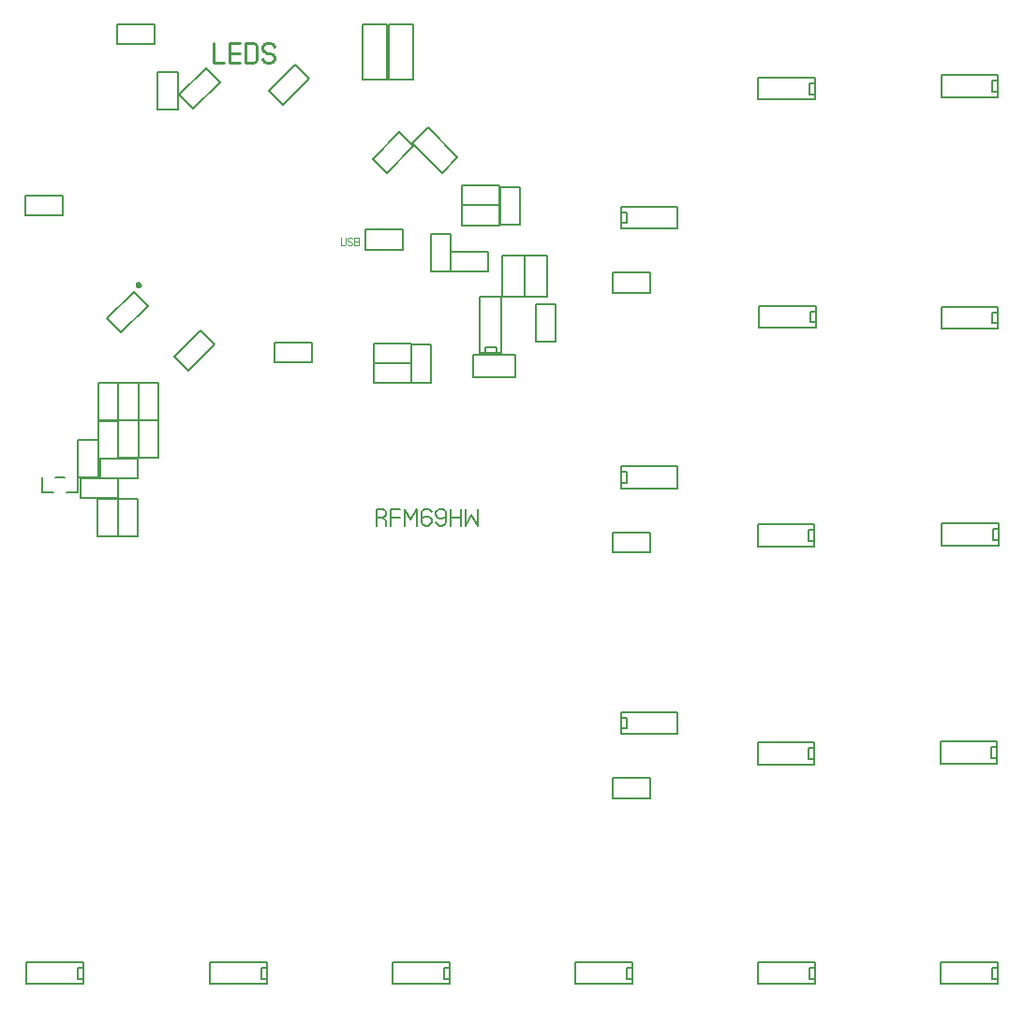
<source format=gto>
%FSLAX34Y34*%
%MOMM*%
%LNSILK_TOP*%
G71*
G01*
%ADD10C, 0.100*%
%ADD11C, 0.089*%
%ADD12C, 0.189*%
%ADD13C, 0.150*%
%ADD14C, 0.222*%
%LPD*%
G54D10*
G75*
G01X150722Y-253422D02*
G03X150722Y-253422I-2500J0D01*
G01*
G36*
G75*
G01X150722Y-253422D02*
G03X150722Y-253422I-2500J0D01*
G01*
G37*
X150722Y-253422D01*
G54D11*
X330958Y-210459D02*
X330958Y-216237D01*
X331490Y-217126D01*
X332558Y-217570D01*
X333624Y-217570D01*
X334690Y-217126D01*
X335224Y-216237D01*
X335224Y-210459D01*
G54D11*
X337180Y-216237D02*
X337714Y-217126D01*
X338780Y-217570D01*
X339847Y-217570D01*
X340914Y-217126D01*
X341447Y-216237D01*
X341447Y-215348D01*
X340914Y-214459D01*
X339847Y-214015D01*
X338780Y-214015D01*
X337714Y-213570D01*
X337180Y-212681D01*
X337180Y-211792D01*
X337714Y-210904D01*
X338780Y-210459D01*
X339847Y-210459D01*
X340914Y-210904D01*
X341447Y-211792D01*
G54D11*
X343404Y-217570D02*
X343404Y-210459D01*
X346070Y-210459D01*
X347136Y-210904D01*
X347670Y-211792D01*
X347670Y-212681D01*
X347136Y-213570D01*
X346070Y-214015D01*
X347136Y-214459D01*
X347670Y-215348D01*
X347670Y-216237D01*
X347136Y-217126D01*
X346070Y-217570D01*
X343404Y-217570D01*
G54D11*
X343404Y-214015D02*
X346070Y-214015D01*
G54D12*
X367604Y-463377D02*
X371004Y-465266D01*
X372138Y-467155D01*
X372138Y-470933D01*
G54D12*
X363072Y-470933D02*
X363072Y-455822D01*
X368738Y-455822D01*
X371004Y-456766D01*
X372138Y-458655D01*
X372138Y-460544D01*
X371004Y-462432D01*
X368738Y-463377D01*
X363072Y-463377D01*
G54D12*
X376294Y-470933D02*
X376294Y-455822D01*
X384228Y-455821D01*
G54D12*
X376294Y-463377D02*
X384228Y-463377D01*
G54D12*
X388383Y-470933D02*
X388383Y-455821D01*
X394050Y-465266D01*
X399716Y-455822D01*
X399716Y-470933D01*
G54D12*
X412939Y-458655D02*
X411806Y-456766D01*
X409539Y-455822D01*
X407272Y-455822D01*
X405006Y-456766D01*
X403872Y-458655D01*
X403872Y-463377D01*
X403872Y-464321D01*
X407272Y-462432D01*
X409539Y-462432D01*
X411806Y-463377D01*
X412939Y-465266D01*
X412939Y-468099D01*
X411806Y-469988D01*
X409539Y-470933D01*
X407272Y-470933D01*
X405006Y-469988D01*
X403872Y-468099D01*
X403872Y-463377D01*
G54D12*
X417096Y-468099D02*
X418228Y-469988D01*
X420495Y-470933D01*
X422762Y-470933D01*
X425028Y-469988D01*
X426162Y-468100D01*
X426162Y-463377D01*
X426162Y-462432D01*
X422762Y-464321D01*
X420495Y-464322D01*
X418228Y-463377D01*
X417096Y-461488D01*
X417096Y-458655D01*
X418228Y-456766D01*
X420496Y-455822D01*
X422762Y-455822D01*
X425028Y-456766D01*
X426162Y-458655D01*
X426162Y-463377D01*
G54D12*
X430318Y-470933D02*
X430318Y-455822D01*
G54D12*
X439385Y-470932D02*
X439385Y-455822D01*
G54D12*
X430318Y-463377D02*
X439385Y-463377D01*
G54D12*
X443542Y-455822D02*
X443541Y-470933D01*
X449208Y-461488D01*
X454874Y-470932D01*
X454874Y-455822D01*
G54D13*
X353052Y-221328D02*
X353052Y-203328D01*
X387052Y-203328D01*
X387052Y-221328D01*
X353052Y-221328D01*
G54D13*
X474431Y-181169D02*
X474431Y-199169D01*
X440431Y-199169D01*
X440431Y-181169D01*
X474431Y-181169D01*
G54D13*
X474431Y-162912D02*
X474431Y-180912D01*
X440431Y-180912D01*
X440431Y-162912D01*
X474431Y-162912D01*
G54D13*
X384044Y-114965D02*
X396771Y-127693D01*
X372730Y-151735D01*
X360002Y-139007D01*
X384044Y-114965D01*
G54D13*
X271363Y-322994D02*
X271363Y-304994D01*
X305363Y-304994D01*
X305363Y-322994D01*
X271363Y-322994D01*
G54D13*
X456384Y-314668D02*
X476384Y-314668D01*
X476383Y-263568D01*
X456384Y-263568D01*
X456384Y-314668D01*
G54D13*
X461384Y-314668D02*
X471384Y-314668D01*
X471384Y-309668D01*
X461384Y-309668D01*
X461384Y-314668D01*
G54D14*
X216128Y-34532D02*
X216128Y-52310D01*
X225461Y-52310D01*
G54D14*
X239683Y-52310D02*
X230350Y-52310D01*
X230350Y-34532D01*
X239683Y-34532D01*
G54D14*
X230350Y-43421D02*
X239683Y-43421D01*
G54D14*
X244572Y-52310D02*
X244572Y-34532D01*
X251238Y-34532D01*
X253905Y-35643D01*
X255238Y-37865D01*
X255238Y-48976D01*
X253905Y-51198D01*
X251238Y-52310D01*
X244572Y-52310D01*
G54D14*
X260128Y-48976D02*
X261461Y-51198D01*
X264128Y-52310D01*
X266794Y-52310D01*
X269461Y-51198D01*
X270794Y-48976D01*
X270794Y-46754D01*
X269461Y-44532D01*
X266794Y-43421D01*
X264128Y-43421D01*
X261461Y-42310D01*
X260128Y-40087D01*
X260128Y-37865D01*
X261461Y-35643D01*
X264128Y-34532D01*
X266794Y-34532D01*
X269461Y-35643D01*
X270794Y-37865D01*
G54D13*
X165626Y-60682D02*
X183626Y-60682D01*
X183626Y-94682D01*
X165626Y-94682D01*
X165626Y-60682D01*
G54D13*
X289979Y-53741D02*
X302707Y-66469D01*
X278666Y-90510D01*
X265938Y-77782D01*
X289979Y-53741D01*
G54D13*
X209016Y-57312D02*
X221744Y-70040D01*
X197702Y-94082D01*
X184974Y-81354D01*
X209016Y-57312D01*
G54D13*
X351060Y-17831D02*
X373060Y-17831D01*
X373060Y-67831D01*
X351060Y-67831D01*
X351060Y-17831D01*
G54D13*
X374078Y-17831D02*
X396078Y-17831D01*
X396078Y-67831D01*
X374078Y-67831D01*
X374078Y-17831D01*
G54D13*
X180218Y-317998D02*
X192946Y-330726D01*
X216988Y-306684D01*
X204260Y-293956D01*
X180218Y-317998D01*
G54D13*
X165931Y-341775D02*
X147931Y-341775D01*
X147931Y-375775D01*
X165931Y-375775D01*
X165931Y-341775D01*
G54D13*
X148072Y-341775D02*
X130072Y-341775D01*
X130072Y-375775D01*
X148072Y-375775D01*
X148072Y-341775D01*
G54D13*
X165931Y-375906D02*
X147931Y-375906D01*
X147931Y-409906D01*
X165931Y-409906D01*
X165931Y-375906D01*
G54D13*
X148072Y-375906D02*
X130072Y-375906D01*
X130072Y-409906D01*
X148072Y-409906D01*
X148072Y-375906D01*
G54D13*
X129351Y-446649D02*
X111352Y-446648D01*
X111352Y-480648D01*
X129352Y-480648D01*
X129351Y-446649D01*
G54D13*
X147737Y-446718D02*
X129737Y-446718D01*
X129737Y-480718D01*
X147737Y-480718D01*
X147737Y-446718D01*
G54D13*
X61295Y-427517D02*
X61295Y-440518D01*
X71295Y-440517D01*
G54D13*
X81295Y-427517D02*
X73295Y-427517D01*
G54D13*
X412316Y-206904D02*
X430316Y-206904D01*
X430316Y-240904D01*
X412316Y-240904D01*
X412316Y-206904D01*
G54D13*
X464358Y-223007D02*
X464358Y-241007D01*
X430358Y-241007D01*
X430358Y-223007D01*
X464358Y-223007D01*
G54D13*
X394546Y-305833D02*
X394546Y-323833D01*
X360546Y-323833D01*
X360546Y-305833D01*
X394546Y-305833D01*
G54D13*
X525248Y-304662D02*
X507248Y-304662D01*
X507248Y-270662D01*
X525249Y-270662D01*
X525248Y-304662D01*
G54D13*
X476751Y-226238D02*
X496751Y-226238D01*
X496751Y-264238D01*
X476751Y-264238D01*
X476751Y-226238D01*
G54D13*
X488478Y-316628D02*
X488478Y-336628D01*
X450478Y-336628D01*
X450478Y-316628D01*
X488478Y-316628D01*
G54D13*
X497389Y-226238D02*
X517389Y-226238D01*
X517389Y-264238D01*
X497389Y-264238D01*
X497389Y-226238D01*
G54D13*
X394546Y-324090D02*
X394546Y-342090D01*
X360546Y-342090D01*
X360546Y-324089D01*
X394546Y-324090D01*
G54D13*
X492955Y-198769D02*
X474956Y-198768D01*
X474955Y-164769D01*
X492956Y-164768D01*
X492955Y-198769D01*
G54D13*
X162550Y-17654D02*
X162550Y-35654D01*
X128550Y-35654D01*
X128550Y-17654D01*
X162550Y-17654D01*
G54D13*
X129627Y-341796D02*
X111628Y-341796D01*
X111628Y-375796D01*
X129627Y-375796D01*
X129627Y-341796D01*
G54D13*
X129624Y-376098D02*
X111624Y-376097D01*
X111624Y-410097D01*
X129624Y-410098D01*
X129624Y-376098D01*
G54D13*
X129581Y-446194D02*
X129581Y-428195D01*
X95582Y-428195D01*
X95581Y-446195D01*
X129581Y-446194D01*
G54D13*
X147738Y-428338D02*
X147738Y-410338D01*
X113738Y-410338D01*
X113738Y-428338D01*
X147738Y-428338D01*
G54D13*
X156654Y-272281D02*
X143926Y-259553D01*
X119884Y-283595D01*
X132612Y-296323D01*
X156654Y-272281D01*
G54D13*
X93559Y-427607D02*
X111559Y-427608D01*
X111559Y-393608D01*
X93559Y-393607D01*
X93559Y-427607D01*
G54D13*
X93302Y-427523D02*
X93302Y-440523D01*
X83302Y-440523D01*
G54D13*
X395504Y-124922D02*
X409646Y-110780D01*
X436516Y-137650D01*
X422374Y-151792D01*
X395504Y-124922D01*
G54D13*
X45790Y-190161D02*
X45790Y-172161D01*
X79790Y-172161D01*
X79790Y-190161D01*
X45790Y-190161D01*
G54D13*
X759283Y-885691D02*
X759283Y-865690D01*
X708183Y-865691D01*
X708183Y-885691D01*
X759283Y-885691D01*
G54D13*
X759283Y-880691D02*
X759283Y-870691D01*
X754283Y-870690D01*
X754283Y-880691D01*
X759283Y-880691D01*
G54D13*
X263983Y-885691D02*
X263983Y-865690D01*
X212883Y-865691D01*
X212883Y-885691D01*
X263983Y-885691D01*
G54D13*
X263983Y-880691D02*
X263983Y-870691D01*
X258983Y-870690D01*
X258983Y-880691D01*
X263983Y-880691D01*
G54D13*
X429083Y-885691D02*
X429083Y-865690D01*
X377983Y-865691D01*
X377983Y-885691D01*
X429083Y-885691D01*
G54D13*
X429083Y-880691D02*
X429083Y-870691D01*
X424083Y-870690D01*
X424083Y-880691D01*
X429083Y-880691D01*
G54D13*
X924383Y-885691D02*
X924383Y-865690D01*
X873283Y-865691D01*
X873283Y-885691D01*
X924383Y-885691D01*
G54D13*
X924383Y-880691D02*
X924383Y-870691D01*
X919383Y-870690D01*
X919383Y-880691D01*
X924383Y-880691D01*
G54D13*
X594183Y-885691D02*
X594183Y-865690D01*
X543083Y-865691D01*
X543083Y-885691D01*
X594183Y-885691D01*
G54D13*
X594183Y-880691D02*
X594183Y-870691D01*
X589183Y-870690D01*
X589183Y-880691D01*
X594183Y-880691D01*
G54D13*
X98090Y-885691D02*
X98089Y-865690D01*
X46989Y-865691D01*
X46989Y-885691D01*
X98090Y-885691D01*
G54D13*
X98089Y-880691D02*
X98089Y-870691D01*
X93089Y-870690D01*
X93090Y-880691D01*
X98089Y-880691D01*
G54D13*
X924193Y-686147D02*
X924192Y-666147D01*
X873092Y-666147D01*
X873092Y-686147D01*
X924193Y-686147D01*
G54D13*
X924192Y-681147D02*
X924192Y-671147D01*
X919192Y-671147D01*
X919193Y-681147D01*
X924192Y-681147D01*
G54D13*
X758696Y-686941D02*
X758696Y-666940D01*
X707596Y-666941D01*
X707596Y-686941D01*
X758696Y-686941D01*
G54D13*
X758696Y-681941D02*
X758696Y-671941D01*
X753696Y-671940D01*
X753696Y-681941D01*
X758696Y-681941D01*
G54D13*
X758864Y-489547D02*
X758864Y-469547D01*
X707764Y-469547D01*
X707764Y-489547D01*
X758864Y-489547D01*
G54D13*
X758864Y-484547D02*
X758864Y-474547D01*
X753864Y-474547D01*
X753864Y-484547D01*
X758864Y-484547D01*
G54D13*
X925383Y-488900D02*
X925383Y-468900D01*
X874283Y-468900D01*
X874283Y-488900D01*
X925383Y-488900D01*
G54D13*
X925383Y-483900D02*
X925383Y-473900D01*
X920383Y-473900D01*
X920383Y-483900D01*
X925383Y-483900D01*
G54D13*
X924590Y-292844D02*
X924590Y-272844D01*
X873489Y-272844D01*
X873489Y-292844D01*
X924590Y-292844D01*
G54D13*
X924590Y-287844D02*
X924590Y-277844D01*
X919590Y-277844D01*
X919590Y-287844D01*
X924590Y-287844D01*
G54D13*
X760283Y-292050D02*
X760283Y-272050D01*
X709183Y-272050D01*
X709183Y-292050D01*
X760283Y-292050D01*
G54D13*
X760283Y-287050D02*
X760283Y-277050D01*
X755283Y-277050D01*
X755283Y-287050D01*
X760283Y-287050D01*
G54D13*
X584271Y-639498D02*
X584271Y-659498D01*
X635371Y-659498D01*
X635371Y-639498D01*
X584271Y-639498D01*
G54D13*
X584271Y-644498D02*
X584271Y-654498D01*
X589271Y-654498D01*
X589271Y-644498D01*
X584271Y-644498D01*
G54D13*
X576368Y-717265D02*
X576368Y-699265D01*
X610368Y-699265D01*
X610368Y-717265D01*
X576368Y-717265D01*
G54D13*
X584271Y-417248D02*
X584271Y-437248D01*
X635371Y-437248D01*
X635371Y-417248D01*
X584271Y-417248D01*
G54D13*
X584271Y-422248D02*
X584271Y-432248D01*
X589271Y-432248D01*
X589271Y-422248D01*
X584271Y-422248D01*
G54D13*
X576368Y-495015D02*
X576368Y-477015D01*
X610368Y-477015D01*
X610368Y-495015D01*
X576368Y-495015D01*
G54D13*
X584271Y-182298D02*
X584271Y-202298D01*
X635371Y-202298D01*
X635371Y-182298D01*
X584271Y-182298D01*
G54D13*
X584271Y-187298D02*
X584271Y-197298D01*
X589271Y-197298D01*
X589271Y-187298D01*
X584271Y-187298D01*
G54D13*
X576368Y-260065D02*
X576368Y-242065D01*
X610368Y-242065D01*
X610368Y-260065D01*
X576368Y-260065D01*
G54D13*
X924590Y-83294D02*
X924590Y-63294D01*
X873489Y-63294D01*
X873489Y-83294D01*
X924590Y-83294D01*
G54D13*
X924590Y-78294D02*
X924590Y-68294D01*
X919590Y-68294D01*
X919590Y-78294D01*
X924590Y-78294D01*
G54D13*
X759283Y-85591D02*
X759283Y-65590D01*
X708183Y-65591D01*
X708183Y-85591D01*
X759283Y-85591D01*
G54D13*
X759283Y-80591D02*
X759283Y-70591D01*
X754283Y-70590D01*
X754283Y-80591D01*
X759283Y-80591D01*
G54D13*
X412582Y-341358D02*
X394582Y-341358D01*
X394582Y-307358D01*
X412582Y-307358D01*
X412582Y-341358D01*
M02*

</source>
